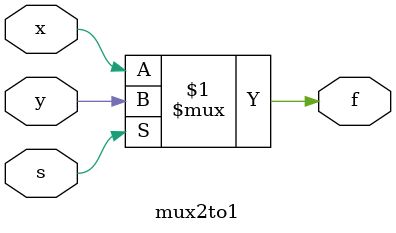
<source format=v>
`timescale 1ns / 1ns // `timescale time_unit/time_precision

module mux2to1(x, y, s, f);

	input x, y, s; 
	output f; 
	
	assign f = s?y:x;
	
endmodule

</source>
